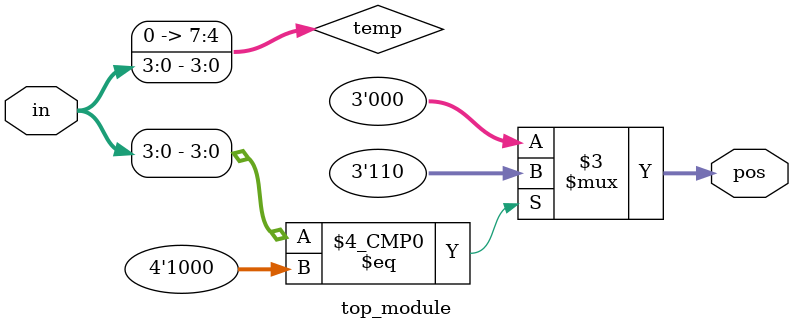
<source format=sv>
module top_module (
	input [7:0] in,
	output reg [2:0] pos
);

// Declare variables for intermediate signals
reg [7:0] temp;

always @* begin
	temp = in[3:0];   // Extract the desired 4 bits from the input
	
	case(temp)
		4'b0001: pos = 3'b000;
		4'b1000: pos = 3'b110;
		default: pos = 3'b000;
	endcase
end

endmodule

</source>
